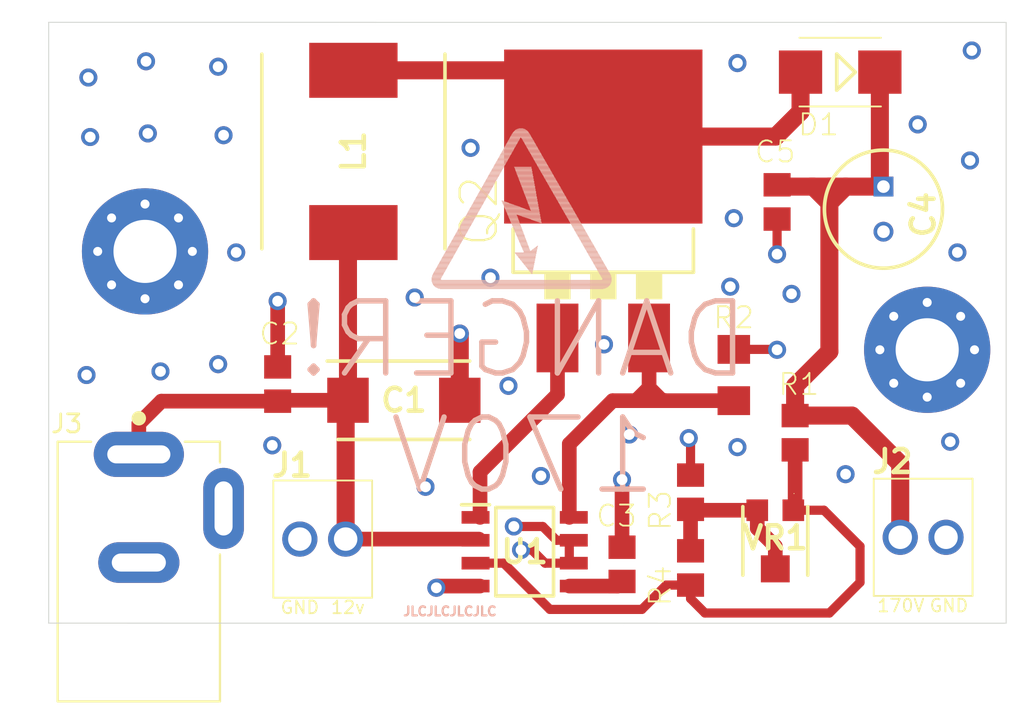
<source format=kicad_pcb>
(kicad_pcb (version 20221018) (generator pcbnew)
  (layers (0 "F.Cu" signal) (1 "In1.Cu" power) (2 "In2.Cu" power) (31 "B.Cu" signal) (34 "B.Paste" user) (35 "F.Paste" user) (36 "B.SilkS" user "B.Silkscreen") (37 "F.SilkS" user "F.Silkscreen") (38 "B.Mask" user) (39 "F.Mask" user) (44 "Edge.Cuts" user))
  (net 0 "")
  (net 1 "GND")
  (net 2 "Net-(U1-REF)")
  (net 3 "/EXT")
  (net 4 "/CS")
  (net 5 "/FB")
  (net 6 "Net-(C1-+)")
  (net 7 "Net-(C4-+)")
  (net 8 "Net-(VR1-CW)")
  (net 9 "Net-(Q2-D)")
  (footprint "EL35901:R1206" (layer "F.Cu") (at 154.5 107.9 -90)
    (fp_text reference "R2" (at -2.5 -1.2 -180) (layer "F.SilkS") (effects (font (size 1.1684 1.1684) (thickness 0.1016)) (justify right bottom)))
    (fp_text value "0R050" hide)
    (pad "1" smd rect (at -1.422 0 270) (size 1.6 1.803) (layers "F.Cu" "F.Paste" "F.Mask") (net 1 "GND"))
    (pad "2" smd rect (at 1.422 0 270) (size 1.6 1.803) (layers "F.Cu" "F.Paste" "F.Mask") (net 4 "/CS"))
  )
  (footprint "EL35901:C0805" (layer "F.Cu") (at 156.9 98.3 -90)
    (fp_text reference "C5" (at -2.1 -1.1 -180) (layer "F.SilkS") (effects (font (size 1.1684 1.1684) (thickness 0.1016)) (justify right bottom)))
    (fp_text value ".1uF, 250V" hide)
    (pad "1" smd rect (at -0.95 0 270) (size 1.3 1.5) (layers "F.Cu" "F.Paste" "F.Mask") (net 7 "Net-(C4-+)"))
    (pad "2" smd rect (at 0.95 0 270) (size 1.3 1.5) (layers "F.Cu" "F.Paste" "F.Mask") (net 1 "GND"))
  )
  (footprint "footprints:OSTVN02A150" (layer "F.Cu") (at 130.43 117)
    (fp_text reference "J1" (at -0.43 -4.1) (layer "F.SilkS") (effects (font (size 1.27 1.27) (thickness 0.254))))
    (fp_text value "OSTVN02A150" hide)
    (pad "1" thru_hole circle (at 0 0) (size 1.95 1.95) (drill 1.3) (layers "*.Cu" "*.Mask") (net 1 "GND"))
    (pad "2" thru_hole circle (at 2.54 0) (size 1.95 1.95) (drill 1.3) (layers "*.Cu" "*.Mask") (net 6 "Net-(C1-+)"))
  )
  (footprint "EL35901:TO-263_D2PAK" (layer "F.Cu") (at 147.26 98.8)
    (fp_text reference "Q2" (at -5.715 0 90) (layer "F.SilkS") (effects (font (size 2 2) (thickness 0.12192)) (justify bottom)))
    (fp_text value "~")
    (pad "1" smd rect (at -2.54 7.045) (size 2.32 3.81) (layers "F.Cu" "F.Paste" "F.Mask") (net 3 "/EXT"))
    (pad "2" smd rect (at 0 -4.125) (size 11 9.65) (layers "F.Cu" "F.Paste" "F.Mask") (net 9 "Net-(Q2-D)"))
    (pad "3" smd rect (at 2.54 7.045) (size 2.32 3.81) (layers "F.Cu" "F.Paste" "F.Mask") (net 4 "/CS"))
  )
  (footprint "MountingHole:MountingHole_3.5mm_Pad_Via" (layer "F.Cu") (at 165.225 106.5)
    (fp_text reference "H1" hide)
    (fp_text value "MountingHole" hide)
    (pad "1" thru_hole circle (at -2.625 0) (size 0.8 0.8) (drill 0.5) (layers "*.Cu" "*.Mask"))
    (pad "1" thru_hole circle (at -1.856155 -1.856155) (size 0.8 0.8) (drill 0.5) (layers "*.Cu" "*.Mask"))
    (pad "1" thru_hole circle (at -1.856155 1.856155) (size 0.8 0.8) (drill 0.5) (layers "*.Cu" "*.Mask"))
    (pad "1" thru_hole circle (at 0 -2.625) (size 0.8 0.8) (drill 0.5) (layers "*.Cu" "*.Mask"))
    (pad "1" thru_hole circle (at 0 0) (size 7 7) (drill 3.5) (layers "*.Cu" "*.Mask"))
    (pad "1" thru_hole circle (at 0 2.625) (size 0.8 0.8) (drill 0.5) (layers "*.Cu" "*.Mask"))
    (pad "1" thru_hole circle (at 1.856155 -1.856155) (size 0.8 0.8) (drill 0.5) (layers "*.Cu" "*.Mask"))
    (pad "1" thru_hole circle (at 1.856155 1.856155) (size 0.8 0.8) (drill 0.5) (layers "*.Cu" "*.Mask"))
    (pad "1" thru_hole circle (at 2.625 0) (size 0.8 0.8) (drill 0.5) (layers "*.Cu" "*.Mask"))
  )
  (footprint "EL35901:C0805" (layer "F.Cu") (at 148.3 118.4 90)
    (fp_text reference "C3" (at 2 0.9 180) (layer "F.SilkS") (effects (font (size 1.1684 1.1684) (thickness 0.1016)) (justify right bottom)))
    (fp_text value "100nF" hide)
    (pad "1" smd rect (at -0.95 0 90) (size 1.3 1.5) (layers "F.Cu" "F.Paste" "F.Mask") (net 2 "Net-(U1-REF)"))
    (pad "2" smd rect (at 0.95 0 90) (size 1.3 1.5) (layers "F.Cu" "F.Paste" "F.Mask") (net 1 "GND"))
  )
  (footprint "footprints:INDPM108102X400N" (layer "F.Cu") (at 133.4 95.5 90)
    (fp_text reference "L1" (at 0 0 90) (layer "F.SilkS") (effects (font (size 1.27 1.27) (thickness 0.254))))
    (fp_text value "100uH" hide)
    (pad "1" smd rect (at -4.5 0 90) (size 3.05 4.9) (layers "F.Cu" "F.Paste" "F.Mask") (net 6 "Net-(C1-+)"))
    (pad "2" smd rect (at 4.5 0 90) (size 3.05 4.9) (layers "F.Cu" "F.Paste" "F.Mask") (net 9 "Net-(Q2-D)"))
  )
  (footprint "EL35901:C0805" (layer "F.Cu") (at 129.2 108.4 90)
    (fp_text reference "C2" (at 2.1 -1.1 180) (layer "F.SilkS") (effects (font (size 1.1684 1.1684) (thickness 0.1016)) (justify left bottom)))
    (fp_text value "100nF" hide)
    (pad "1" smd rect (at -0.95 0 90) (size 1.3 1.5) (layers "F.Cu" "F.Paste" "F.Mask") (net 6 "Net-(C1-+)"))
    (pad "2" smd rect (at 0.95 0 90) (size 1.3 1.5) (layers "F.Cu" "F.Paste" "F.Mask") (net 1 "GND"))
  )
  (footprint "footprints:SOIC127P600X175-8N" (layer "F.Cu") (at 142.9 117.7)
    (fp_text reference "U1" (at 0 0) (layer "F.SilkS") (effects (font (size 1.27 1.27) (thickness 0.254))))
    (fp_text value "MAX1771CSAT" hide)
    (pad "1" smd rect (at -2.725 -1.905 90) (size 0.7 1.55) (layers "F.Cu" "F.Paste" "F.Mask") (net 3 "/EXT"))
    (pad "2" smd rect (at -2.725 -0.635 90) (size 0.7 1.55) (layers "F.Cu" "F.Paste" "F.Mask") (net 6 "Net-(C1-+)"))
    (pad "3" smd rect (at -2.725 0.635 90) (size 0.7 1.55) (layers "F.Cu" "F.Paste" "F.Mask") (net 5 "/FB"))
    (pad "4" smd rect (at -2.725 1.905 90) (size 0.7 1.55) (layers "F.Cu" "F.Paste" "F.Mask") (net 1 "GND"))
    (pad "5" smd rect (at 2.725 1.905 90) (size 0.7 1.55) (layers "F.Cu" "F.Paste" "F.Mask") (net 2 "Net-(U1-REF)"))
    (pad "6" smd rect (at 2.725 0.635 90) (size 0.7 1.55) (layers "F.Cu" "F.Paste" "F.Mask") (net 1 "GND"))
    (pad "7" smd rect (at 2.725 -0.635 90) (size 0.7 1.55) (layers "F.Cu" "F.Paste" "F.Mask") (net 1 "GND"))
    (pad "8" smd rect (at 2.725 -1.905 90) (size 0.7 1.55) (layers "F.Cu" "F.Paste" "F.Mask") (net 4 "/CS"))
  )
  (footprint "footprints:CAPPM7344X310N" (layer "F.Cu") (at 136.2 109.3)
    (fp_text reference "C1" (at 0 0) (layer "F.SilkS") (effects (font (size 1.27 1.27) (thickness 0.254))))
    (fp_text value "100uF, 20V" hide)
    (pad "1" smd rect (at -3.1 0) (size 2.3 2.5) (layers "F.Cu" "F.Paste" "F.Mask") (net 6 "Net-(C1-+)"))
    (pad "2" smd rect (at 3.1 0) (size 2.3 2.5) (layers "F.Cu" "F.Paste" "F.Mask") (net 1 "GND"))
  )
  (footprint "footprints:CAPPRD250W50D655H1250" (layer "F.Cu") (at 162.8 97.45 -90)
    (fp_text reference "C4" (at 1.55 -2.2 -90) (layer "F.SilkS") (effects (font (size 1.27 1.27) (thickness 0.254))))
    (fp_text value "4.7uF, 250V" hide)
    (pad "1" thru_hole rect (at 0 0 270) (size 1.1 1.1) (drill 0.7) (layers "*.Cu" "*.Mask") (net 7 "Net-(C4-+)"))
    (pad "2" thru_hole circle (at 2.5 0 270) (size 1.1 1.1) (drill 0.7) (layers "*.Cu" "*.Mask") (net 1 "GND"))
  )
  (footprint "footprints:OSTVN02A150" (layer "F.Cu") (at 163.73 116.9)
    (fp_text reference "J2" (at -0.43 -4.2) (layer "F.SilkS") (effects (font (size 1.27 1.27) (thickness 0.254))))
    (fp_text value "OSTVN02A150" hide)
    (pad "1" thru_hole circle (at 0 0) (size 1.95 1.95) (drill 1.3) (layers "*.Cu" "*.Mask") (net 7 "Net-(C4-+)"))
    (pad "2" thru_hole circle (at 2.54 0) (size 1.95 1.95) (drill 1.3) (layers "*.Cu" "*.Mask") (net 1 "GND"))
  )
  (footprint "EL35901:R0805" (layer "F.Cu") (at 157.9 111.1 90)
    (fp_text reference "R1" (at 2 -1 180) (layer "F.SilkS") (effects (font (size 1.1684 1.1684) (thickness 0.1016)) (justify left bottom)))
    (fp_text value "1M5" hide)
    (pad "1" smd rect (at -0.95 0 90) (size 1.3 1.5) (layers "F.Cu" "F.Paste" "F.Mask") (net 5 "/FB"))
    (pad "2" smd rect (at 0.95 0 90) (size 1.3 1.5) (layers "F.Cu" "F.Paste" "F.Mask") (net 7 "Net-(C4-+)"))
  )
  (footprint "EL35901:SMB" (layer "F.Cu") (at 160.4 91.1 180)
    (fp_text reference "D1" (at 0 -3.6) (layer "F.SilkS") (effects (font (size 1.1684 1.1684) (thickness 0.1016)) (justify right bottom)))
    (fp_text value "ES2D" hide)
    (pad "A" smd rect (at 2.2 0 180) (size 2.4 2.4) (layers "F.Cu" "F.Paste" "F.Mask") (net 9 "Net-(Q2-D)"))
    (pad "C" smd rect (at -2.2 0 180) (size 2.4 2.4) (layers "F.Cu" "F.Paste" "F.Mask") (net 7 "Net-(C4-+)"))
  )
  (footprint "EL35901:R0805" (layer "F.Cu") (at 152.1 118.6 -90)
    (fp_text reference "R4" (at 2.2 1 90) (layer "F.SilkS") (effects (font (size 1.1684 1.1684) (thickness 0.1016)) (justify left bottom)))
    (fp_text value "1M5" hide)
    (pad "1" smd rect (at -0.95 0 270) (size 1.3 1.5) (layers "F.Cu" "F.Paste" "F.Mask") (net 8 "Net-(VR1-CW)"))
    (pad "2" smd rect (at 0.95 0 270) (size 1.3 1.5) (layers "F.Cu" "F.Paste" "F.Mask") (net 5 "/FB"))
  )
  (footprint "EL35901:R0805" (layer "F.Cu") (at 152.1 114.4 -90)
    (fp_text reference "R3" (at -0.2 1 -90) (layer "F.SilkS") (effects (font (size 1.1684 1.1684) (thickness 0.1016)) (justify right bottom)))
    (fp_text value "10k" hide)
    (pad "1" smd rect (at -0.95 0 270) (size 1.3 1.5) (layers "F.Cu" "F.Paste" "F.Mask") (net 1 "GND"))
    (pad "2" smd rect (at 0.95 0 270) (size 1.3 1.5) (layers "F.Cu" "F.Paste" "F.Mask") (net 8 "Net-(VR1-CW)"))
  )
  (footprint "footprints:CUI_PJ-202A" (layer "F.Cu") (at 121.5 118.8 -90)
    (fp_text reference "J3" (at -8.2 4) (layer "F.SilkS") (effects (font (size 1.000213 1.000213))))
    (fp_text value "PJ-202A")
    (pad "1" thru_hole oval (at -6.5 0 270) (size 2.5 5) (drill oval 1 3.5) (layers "*.Cu" "*.Mask") (net 6 "Net-(C1-+)"))
    (pad "2" thru_hole oval (at -0.5 0 270) (size 2.25 4.5) (drill oval 1 3) (layers "*.Cu" "*.Mask") (net 1 "GND"))
    (pad "3" thru_hole oval (at -3.5 -4.7 270) (size 4.5 2.25) (drill oval 3 1) (layers "*.Cu" "*.Mask") (net 1 "GND"))
  )
  (footprint "footprints:TC33X2503E" (layer "F.Cu") (at 156.8 117.1 180)
    (fp_text reference "VR1" (at 0 0.168 180) (layer "F.SilkS") (effects (font (size 1.27 1.27) (thickness 0.254))))
    (fp_text value "TC33X-2-502E" hide)
    (pad "1" smd rect (at -1 1.7 270) (size 1.2 1.2) (layers "F.Cu" "F.Paste" "F.Mask") (net 5 "/FB"))
    (pad "2" smd rect (at 0 -1.55 270) (size 1.5 1.6) (layers "F.Cu" "F.Paste" "F.Mask") (net 8 "Net-(VR1-CW)"))
    (pad "3" smd rect (at 1 1.7 270) (size 1.2 1.2) (layers "F.Cu" "F.Paste" "F.Mask") (net 8 "Net-(VR1-CW)"))
  )
  (footprint "MountingHole:MountingHole_3.5mm_Pad_Via" (layer "F.Cu") (at 121.843845 101.043845)
    (fp_text reference "H2" hide)
    (fp_text value "MountingHole" hide)
    (pad "1" thru_hole circle (at -2.625 0) (size 0.8 0.8) (drill 0.5) (layers "*.Cu" "*.Mask"))
    (pad "1" thru_hole circle (at -1.856155 -1.856155) (size 0.8 0.8) (drill 0.5) (layers "*.Cu" "*.Mask"))
    (pad "1" thru_hole circle (at -1.856155 1.856155) (size 0.8 0.8) (drill 0.5) (layers "*.Cu" "*.Mask"))
    (pad "1" thru_hole circle (at 0 -2.625) (size 0.8 0.8) (drill 0.5) (layers "*.Cu" "*.Mask"))
    (pad "1" thru_hole circle (at 0 0) (size 7 7) (drill 3.5) (layers "*.Cu" "*.Mask"))
    (pad "1" thru_hole circle (at 0 2.625) (size 0.8 0.8) (drill 0.5) (layers "*.Cu" "*.Mask"))
    (pad "1" thru_hole circle (at 1.856155 -1.856155) (size 0.8 0.8) (drill 0.5) (layers "*.Cu" "*.Mask"))
    (pad "1" thru_hole circle (at 1.856155 1.856155) (size 0.8 0.8) (drill 0.5) (layers "*.Cu" "*.Mask"))
    (pad "1" thru_hole circle (at 2.625 0) (size 0.8 0.8) (drill 0.5) (layers "*.Cu" "*.Mask"))
  )
  (footprint "footprints:HVSMALL" (layer "B.Cu") (at 147.81055 103.73115 180)
    (fp_text reference "REF**" hide)
    (fp_text value "")
  )
  (gr_line (start 169.60485 88.3411) (end 116.5 88.3375) (stroke (width 0.05)) (layer "Edge.Cuts"))
  (gr_line (start 116.5 88.3375) (end 116.5 121.6625) (stroke (width 0.05)) (layer "Edge.Cuts"))
  (gr_line (start 169.60485 121.6661) (end 169.60485 88.3411) (stroke (width 0.05)) (layer "Edge.Cuts"))
  (gr_line (start 116.5 121.6625) (end 169.60485 121.6661) (stroke (width 0.05)) (layer "Edge.Cuts"))
  (gr_text "DANGER!\n170V" (at 142.81055 114.73115) (layer "B.SilkS") (effects (font (size 4 4) (thickness 0.3)) (justify bottom mirror)))
  (gr_text "JLCJLCJLCJLC" (at 136.1 121.3) (layer "B.SilkS") (effects (font (size 0.5 0.5) (thickness 0.125) bold) (justify left bottom)))
  (gr_text "12v" (at 132.1 121.2) (layer "F.SilkS") (effects (font (size 0.7 0.7) (thickness 0.1)) (justify left bottom)))
  (gr_text "GND\n" (at 129.3 121.2) (layer "F.SilkS") (effects (font (size 0.7 0.7) (thickness 0.1)) (justify left bottom)))
  (gr_text "170V" (at 162.4 121.1) (layer "F.SilkS") (effects (font (size 0.7 0.7) (thickness 0.1)) (justify left bottom)))
  (gr_text "GND\n" (at 165.3 121.1) (layer "F.SilkS") (effects (font (size 0.7 0.7) (thickness 0.1)) (justify left bottom)))
  (segment (start 142.3 116.3) (end 143.9 116.3) (width 0.508) (layer "F.Cu") (net 1))
  (segment (start 152.1 111.5) (end 152 111.4) (width 0.508) (layer "F.Cu") (net 1))
  (segment (start 142.7 117.6) (end 143.3 117.6) (width 0.508) (layer "F.Cu") (net 1))
  (segment (start 139.3 109.3) (end 139.3 105.6) (width 1) (layer "F.Cu") (net 1))
  (segment (start 144.665 117.065) (end 145.375 117.065) (width 0.508) (layer "F.Cu") (net 1))
  (segment (start 156.878 106.478) (end 154.5 106.478) (width 0.508) (layer "F.Cu") (net 1))
  (segment (start 138.095 119.605) (end 140.425 119.605) (width 0.8128) (layer "F.Cu") (net 1))
  (segment (start 143.3 117.6) (end 144.035 118.335) (width 0.508) (layer "F.Cu") (net 1))
  (segment (start 143.9 116.3) (end 144.665 117.065) (width 0.508) (layer "F.Cu") (net 1))
  (segment (start 152.1 113.45) (end 152.1 111.5) (width 0.508) (layer "F.Cu") (net 1))
  (segment (start 145.375 118.335) (end 145.375 117.065) (width 0.508) (layer "F.Cu") (net 1))
  (segment (start 156.9 106.5) (end 156.878 106.478) (width 0.508) (layer "F.Cu") (net 1))
  (segment (start 144.035 118.335) (end 145.375 118.335) (width 0.508) (layer "F.Cu") (net 1))
  (segment (start 138 119.7) (end 138.095 119.605) (width 0.8128) (layer "F.Cu") (net 1))
  (segment (start 156.9 99.25) (end 156.9 101.2) (width 0.508) (layer "F.Cu") (net 1))
  (segment (start 129.2 103.8) (end 129.2 107.45) (width 0.8128) (layer "F.Cu") (net 1))
  (segment (start 148.3 113.7) (end 148.3 117.45) (width 0.8128) (layer "F.Cu") (net 1))
  (via (at 126.9 101.1) (size 1) (drill 0.6) (layers "F.Cu" "B.Cu") (net 1))
  (via (at 142.7 117.6) (size 1) (drill 0.6) (layers "F.Cu" "B.Cu") (net 1))
  (via (at 125.9 107.3) (size 1) (drill 0.6) (layers "F.Cu" "B.Cu") (net 1))
  (via (at 160.7 113.4) (size 1) (drill 0.6) (layers "F.Cu" "B.Cu") (net 1))
  (via (at 152 111.4) (size 1) (drill 0.6) (layers "F.Cu" "B.Cu") (net 1))
  (via (at 122 94.5) (size 1) (drill 0.6) (layers "F.Cu" "B.Cu") (net 1))
  (via (at 137.4 114.1) (size 1) (drill 0.6) (layers "F.Cu" "B.Cu") (net 1))
  (via (at 167.6 96) (size 1) (drill 0.6) (layers "F.Cu" "B.Cu") (net 1))
  (via (at 166.5 111.6) (size 1) (drill 0.6) (layers "F.Cu" "B.Cu") (net 1))
  (via (at 166.9 101.1) (size 1) (drill 0.6) (layers "F.Cu" "B.Cu") (net 1))
  (via (at 128.9 111.8) (size 1) (drill 0.6) (layers "F.Cu" "B.Cu") (net 1))
  (via (at 154.7 111.9) (size 1) (drill 0.6) (layers "F.Cu" "B.Cu") (net 1))
  (via (at 142 108.5) (size 1) (drill 0.6) (layers "F.Cu" "B.Cu") (net 1))
  (via (at 164.7 94) (size 1) (drill 0.6) (layers "F.Cu" "B.Cu") (net 1))
  (via (at 156.9 106.5) (size 1) (drill 0.6) (layers "F.Cu" "B.Cu") (net 1))
  (via (at 118.8 94.7) (size 1) (drill 0.6) (layers "F.Cu" "B.Cu") (net 1))
  (via (at 118.6 107.9) (size 1) (drill 0.6) (layers "F.Cu" "B.Cu") (net 1))
  (via (at 139.9 95.3) (size 1) (drill 0.6) (layers "F.Cu" "B.Cu") (net 1))
  (via (at 121.9 90.5) (size 1) (drill 0.6) (layers "F.Cu" "B.Cu") (net 1))
  (via (at 141 102.5) (size 1) (drill 0.6) (layers "F.Cu" "B.Cu") (net 1))
  (via (at 157.7 103.4) (size 1) (drill 0.6) (layers "F.Cu" "B.Cu") (net 1))
  (via (at 122.7 107.7) (size 1) (drill 0.6) (layers "F.Cu" "B.Cu") (net 1))
  (via (at 154.3 103) (size 1) (drill 0.6) (layers "F.Cu" "B.Cu") (net 1))
  (via (at 143.8 113.5) (size 1) (drill 0.6) (layers "F.Cu" "B.Cu") (net 1))
  (via (at 156.9 101.2) (size 1) (drill 0.6) (layers "F.Cu" "B.Cu") (net 1))
  (via (at 154.5 99.2) (size 1) (drill 0.6) (layers "F.Cu" "B.Cu") (net 1))
  (via (at 126.2 94.6) (size 1) (drill 0.6) (layers "F.Cu" "B.Cu") (net 1))
  (via (at 125.9 90.8) (size 1) (drill 0.6) (layers "F.Cu" "B.Cu") (net 1))
  (via (at 148.7 111.2) (size 1) (drill 0.6) (layers "F.Cu" "B.Cu") (net 1))
  (via (at 139.3 105.6) (size 1) (drill 0.6) (layers "F.Cu" "B.Cu") (net 1))
  (via (at 147.3 106.2) (size 1) (drill 0.6) (layers "F.Cu" "B.Cu") (net 1))
  (via (at 148.3 113.7) (size 1) (drill 0.6) (layers "F.Cu" "B.Cu") (net 1))
  (via (at 142.3 116.3) (size 1) (drill 0.6) (layers "F.Cu" "B.Cu") (net 1))
  (via (at 136.8 103.6) (size 1) (drill 0.6) (layers "F.Cu" "B.Cu") (net 1))
  (via (at 154.7 90.6) (size 1) (drill 0.6) (layers "F.Cu" "B.Cu") (net 1))
  (via (at 129.2 103.8) (size 1) (drill 0.6) (layers "F.Cu" "B.Cu") (net 1))
  (via (at 138 119.7) (size 1) (drill 0.6) (layers "F.Cu" "B.Cu") (net 1))
  (via (at 167.7 89.9) (size 1) (drill 0.6) (layers "F.Cu" "B.Cu") (net 1))
  (via (at 118.7 91.4) (size 1) (drill 0.6) (layers "F.Cu" "B.Cu") (net 1))
  (segment (start 145.375 119.605) (end 148.045 119.605) (width 0.8128) (layer "F.Cu") (net 2))
  (segment (start 148.045 119.605) (end 148.3 119.35) (width 0.8128) (layer "F.Cu") (net 2))
  (segment (start 144.72 108.98) (end 140.425 113.275) (width 0.8128) (layer "F.Cu") (net 3))
  (segment (start 140.425 113.275) (end 140.425 115.795) (width 0.8128) (layer "F.Cu") (net 3))
  (segment (start 144.72 105.845) (end 144.72 108.98) (width 0.8128) (layer "F.Cu") (net 3))
  (segment (start 147.778 109.322) (end 145.375 111.725) (width 0.8128) (layer "F.Cu") (net 4))
  (segment (start 149.8 108.6) (end 149.8 105.845) (width 0.8128) (layer "F.Cu") (net 4))
  (segment (start 150.7 109.322) (end 150.522 109.322) (width 0.8128) (layer "F.Cu") (net 4))
  (segment (start 149 109.322) (end 149.078 109.322) (width 0.8128) (layer "F.Cu") (net 4))
  (segment (start 145.375 111.725) (end 145.375 115.795) (width 0.8128) (layer "F.Cu") (net 4))
  (segment (start 149.078 109.322) (end 149.8 108.6) (width 0.8128) (layer "F.Cu") (net 4))
  (segment (start 149.8 109.322) (end 149 109.322) (width 0.8128) (layer "F.Cu") (net 4))
  (segment (start 149 109.322) (end 147.778 109.322) (width 0.8128) (layer "F.Cu") (net 4))
  (segment (start 150.7 109.322) (end 149.8 109.322) (width 0.8128) (layer "F.Cu") (net 4))
  (segment (start 149.8 109.322) (end 149.8 108.6) (width 0.8128) (layer "F.Cu") (net 4))
  (segment (start 154.5 109.322) (end 150.7 109.322) (width 0.8128) (layer "F.Cu") (net 4))
  (segment (start 150.522 109.322) (end 149.8 108.6) (width 0.8128) (layer "F.Cu") (net 4))
  (segment (start 157.9 112.05) (end 157.9 115.3) (width 0.8128) (layer "F.Cu") (net 5))
  (segment (start 152.1 120.3) (end 152.1 119.55) (width 0.508) (layer "F.Cu") (net 5))
  (segment (start 152.9 121.1) (end 152.1 120.3) (width 0.508) (layer "F.Cu") (net 5))
  (segment (start 144.3 120.9) (end 149.4 120.9) (width 0.508) (layer "F.Cu") (net 5))
  (segment (start 159.8 121.1) (end 152.9 121.1) (width 0.508) (layer "F.Cu") (net 5))
  (segment (start 159.5 115.4) (end 161.5 117.4) (width 0.508) (layer "F.Cu") (net 5))
  (segment (start 141.735 118.335) (end 144.3 120.9) (width 0.508) (layer "F.Cu") (net 5))
  (segment (start 161.5 119.4) (end 159.8 121.1) (width 0.508) (layer "F.Cu") (net 5))
  (segment (start 150.75 119.55) (end 152.1 119.55) (width 0.508) (layer "F.Cu") (net 5))
  (segment (start 149.4 120.9) (end 150.75 119.55) (width 0.508) (layer "F.Cu") (net 5))
  (segment (start 161.5 117.4) (end 161.5 119.4) (width 0.508) (layer "F.Cu") (net 5))
  (segment (start 157.8 115.4) (end 159.5 115.4) (width 0.508) (layer "F.Cu") (net 5))
  (segment (start 157.9 115.3) (end 157.8 115.4) (width 0.8128) (layer "F.Cu") (net 5))
  (segment (start 140.425 118.335) (end 141.735 118.335) (width 0.508) (layer "F.Cu") (net 5))
  (segment (start 133.1 109.3) (end 133.1 100.3) (width 1) (layer "F.Cu") (net 6))
  (segment (start 132.97 109.43) (end 133.1 109.3) (width 0.8128) (layer "F.Cu") (net 6))
  (segment (start 121.5 110.6) (end 122.75 109.35) (width 0.8128) (layer "F.Cu") (net 6))
  (segment (start 133.1 109.3) (end 129.25 109.3) (width 0.8128) (layer "F.Cu") (net 6))
  (segment (start 133.1 100.3) (end 133.4 100) (width 0.8128) (layer "F.Cu") (net 6))
  (segment (start 132.97 117) (end 140.36 117) (width 0.8128) (layer "F.Cu") (net 6))
  (segment (start 132.97 117) (end 132.97 109.43) (width 1) (layer "F.Cu") (net 6))
  (segment (start 122.75 109.35) (end 129.2 109.35) (width 0.8128) (layer "F.Cu") (net 6))
  (segment (start 129.25 109.3) (end 129.2 109.35) (width 0.8128) (layer "F.Cu") (net 6))
  (segment (start 121.5 112.3) (end 121.5 110.6) (width 0.8128) (layer "F.Cu") (net 6))
  (segment (start 158.9 97.45) (end 158.8 97.45) (width 1) (layer "F.Cu") (net 7))
  (segment (start 160.7 97.45) (end 159.8 97.45) (width 1) (layer "F.Cu") (net 7))
  (segment (start 161.05 110.15) (end 163.73 112.83) (width 1) (layer "F.Cu") (net 7))
  (segment (start 163.73 112.83) (end 163.73 116.9) (width 1) (layer "F.Cu") (net 7))
  (segment (start 157.9 110.15) (end 161.05 110.15) (width 1) (layer "F.Cu") (net 7))
  (segment (start 159.8 98.4) (end 159.8 106.6) (width 1) (layer "F.Cu") (net 7))
  (segment (start 162.8 97.45) (end 160.7 97.45) (width 1) (layer "F.Cu") (net 7))
  (segment (start 159.8 97.45) (end 158.8 97.45) (width 1) (layer "F.Cu") (net 7))
  (segment (start 162.6 91.1) (end 162.6 97.25) (width 1) (layer "F.Cu") (net 7))
  (segment (start 157.9 108.5) (end 157.9 110.15) (width 1) (layer "F.Cu") (net 7))
  (segment (start 159.8 98.4) (end 159.8 98.35) (width 1) (layer "F.Cu") (net 7))
  (segment (start 159.8 106.6) (end 157.9 108.5) (width 1) (layer "F.Cu") (net 7))
  (segment (start 158.8 97.45) (end 157 97.45) (width 1) (layer "F.Cu") (net 7))
  (segment (start 159.8 98.35) (end 158.9 97.45) (width 1) (layer "F.Cu") (net 7))
  (segment (start 159.8 98.35) (end 160.7 97.45) (width 1) (layer "F.Cu") (net 7))
  (segment (start 157 97.45) (end 156.9 97.35) (width 1) (layer "F.Cu") (net 7))
  (segment (start 159.8 97.45) (end 159.8 98.4) (width 1) (layer "F.Cu") (net 7))
  (segment (start 162.6 97.25) (end 162.8 97.45) (width 1) (layer "F.Cu") (net 7))
  (segment (start 155.8 116.4) (end 155.8 115.4) (width 0.8128) (layer "F.Cu") (net 8))
  (segment (start 156.8 117.4) (end 155.8 116.4) (width 0.8128) (layer "F.Cu") (net 8))
  (segment (start 155.8 115.4) (end 152.15 115.4) (width 0.8128) (layer "F.Cu") (net 8))
  (segment (start 156.8 118.65) (end 156.8 117.4) (width 0.8128) (layer "F.Cu") (net 8))
  (segment (start 152.1 115.35) (end 152.1 117.65) (width 0.8128) (layer "F.Cu") (net 8))
  (segment (start 152.15 115.4) (end 152.1 115.35) (width 0.8128) (layer "F.Cu") (net 8))
  (segment (start 147.26 94.675) (end 156.825 94.675) (width 1) (layer "F.Cu") (net 9))
  (segment (start 143.585 91) (end 147.26 94.675) (width 0.8128) (layer "F.Cu") (net 9))
  (segment (start 156.825 94.675) (end 158.2 93.3) (width 1) (layer "F.Cu") (net 9))
  (segment (start 158.2 93.3) (end 158.2 91.1) (width 1) (layer "F.Cu") (net 9))
  (segment (start 133.4 91) (end 143.585 91) (width 1) (layer "F.Cu") (net 9))
)
</source>
